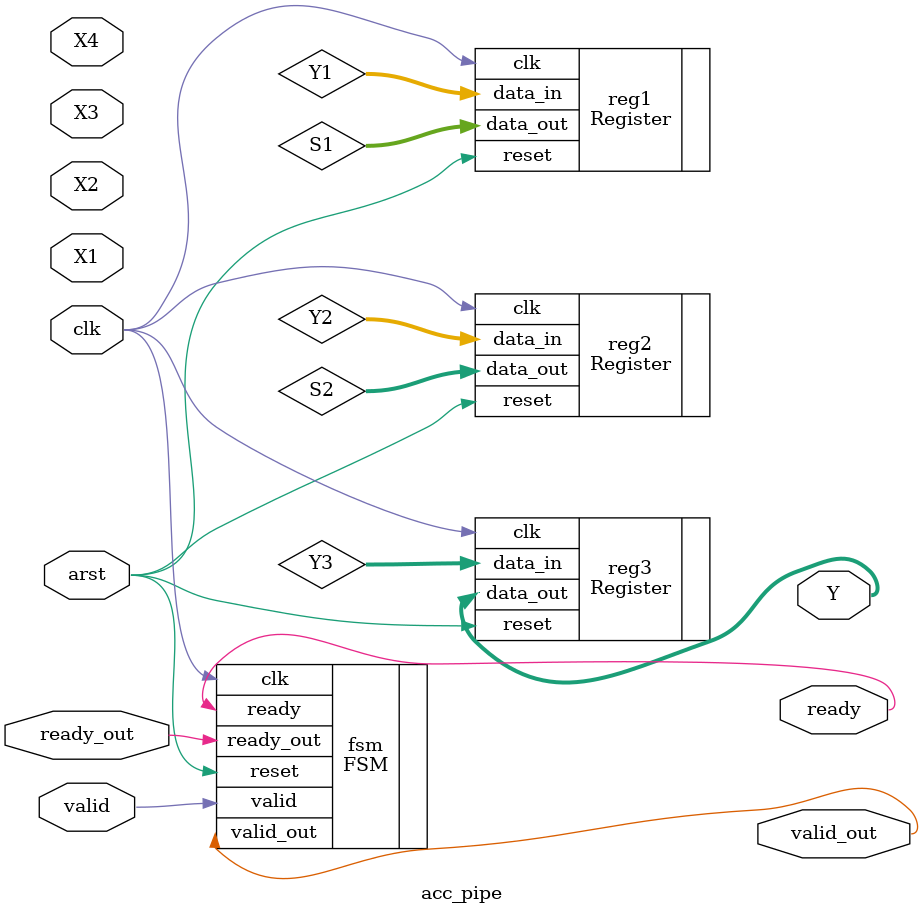
<source format=v>
module acc_pipe(X1, X2, X3, X4, Y, ready, valid, ready_out, valid_out, clk, arst);
	input signed [7:0] X1, X2, X3, X4;
	output signed [7:0] Y;
	input valid, ready_out;
	output ready, valid_out;
	input clk, arst;

	reg signed [7:0] S1, S2;
	wire signed [7:0] Y1, Y2, Y3;
	
	//parameters for N1
	parameter [7:0] n1_w1 = -8'd115;
	parameter [7:0] n1_w2 = 8'd1;
	parameter [7:0] n1_w3 = -8'd105;
	parameter [7:0] n1_w4 = 8'd16;
	parameter [15:0] n1_bias = 16'd12571;
	parameter [11:0] n1_xmin = -12'd127;
	parameter [11:0] n1_xmax = 12'd127;
	//parameters for N2


	parameter [7:0] n2_w1 = 8'd103;
	parameter [7:0] n2_w2 = -8'd22;
	parameter [7:0] n2_w3 = 8'd32;
	parameter [7:0] n2_w4 = -8'd56;
	parameter [15:0] n2_bias = -16'd8139;
	parameter [11:0] n2_xmin = -12'd127;
	parameter [11:0] n2_xmax = 12'd127;


	//parameters for N3
	parameter [7:0] n3_w1 = 8'd75;
	parameter [7:0] n3_w2 = -8'd85;
	parameter [7:0] n3_w3 = -8'd38;
	parameter [7:0] n3_w4 = 8'd92;
	parameter [15:0] n3_bias = 16'd10182;
	parameter [11:0] n3_xmin = -12'd127;
	parameter [11:0] n3_xmax = 12'd127;

	/*Add your code to complete the description*/

	FSM fsm(.clk(clk), .reset(arst), .valid(valid), .ready_out(ready_out), .valid_out(valid_out), .ready(ready), /*aggiungere segnali di enable dei registri*/);
	Register reg1(.clk(clk), .reset(arst), .data_in(Y1), .data_out(S1));
	Register reg2(.clk(clk), .reset(arst), .data_in(Y2), .data_out(S2));
	Register reg3(.clk(clk), .reset(arst), .data_in(Y3), .data_out(Y));

	neuron n1();
	neuron n2();
	neuron n3();

	
endmodule
</source>
